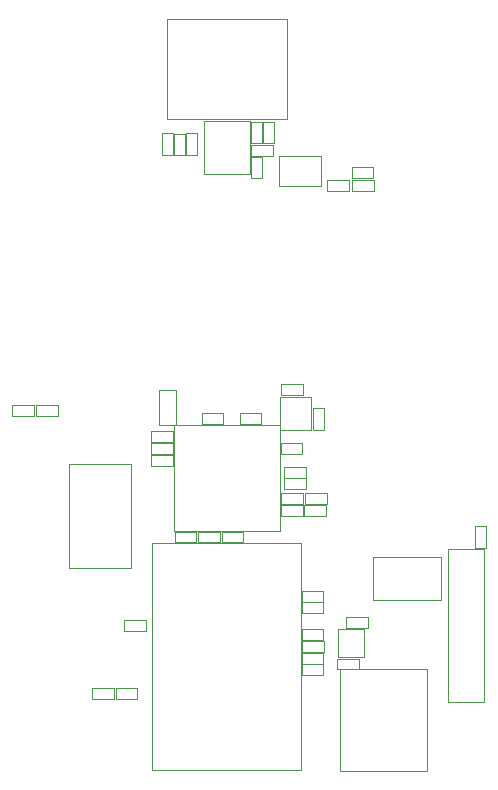
<source format=gbr>
%TF.GenerationSoftware,KiCad,Pcbnew,6.0.7+dfsg-1~bpo11+1*%
%TF.CreationDate,2022-10-07T12:23:39+00:00*%
%TF.ProjectId,redshift,72656473-6869-4667-942e-6b696361645f,0.2*%
%TF.SameCoordinates,Original*%
%TF.FileFunction,Other,User*%
%FSLAX46Y46*%
G04 Gerber Fmt 4.6, Leading zero omitted, Abs format (unit mm)*
G04 Created by KiCad (PCBNEW 6.0.7+dfsg-1~bpo11+1) date 2022-10-07 12:23:39*
%MOMM*%
%LPD*%
G01*
G04 APERTURE LIST*
%ADD10C,0.050000*%
%ADD11C,0.120000*%
G04 APERTURE END LIST*
D10*
%TO.C,R6*%
X144070000Y-96220000D02*
X144070000Y-95280000D01*
X144070000Y-95280000D02*
X145930000Y-95280000D01*
X145930000Y-95280000D02*
X145930000Y-96220000D01*
X145930000Y-96220000D02*
X144070000Y-96220000D01*
%TO.C,FB1*%
X139570000Y-64780000D02*
X141430000Y-64780000D01*
X141430000Y-64780000D02*
X141430000Y-65720000D01*
X141430000Y-65720000D02*
X139570000Y-65720000D01*
X139570000Y-65720000D02*
X139570000Y-64780000D01*
%TO.C,C24*%
X142360000Y-93960000D02*
X142360000Y-93040000D01*
X144180000Y-93040000D02*
X144180000Y-93960000D01*
X144180000Y-93960000D02*
X142360000Y-93960000D01*
X142360000Y-93040000D02*
X144180000Y-93040000D01*
%TO.C,C11*%
X132910000Y-91040000D02*
X132910000Y-91960000D01*
X132910000Y-91960000D02*
X131090000Y-91960000D01*
X131090000Y-91960000D02*
X131090000Y-91040000D01*
X131090000Y-91040000D02*
X132910000Y-91040000D01*
%TO.C,C13*%
X132910000Y-89040000D02*
X132910000Y-89960000D01*
X132910000Y-89960000D02*
X131090000Y-89960000D01*
X131090000Y-89040000D02*
X132910000Y-89040000D01*
X131090000Y-89960000D02*
X131090000Y-89040000D01*
%TO.C,C10*%
X148090000Y-66640000D02*
X149910000Y-66640000D01*
X149910000Y-67560000D02*
X148090000Y-67560000D01*
X149910000Y-66640000D02*
X149910000Y-67560000D01*
X148090000Y-67560000D02*
X148090000Y-66640000D01*
%TO.C,C8*%
X139540000Y-65820000D02*
X140460000Y-65820000D01*
X139540000Y-67640000D02*
X139540000Y-65820000D01*
X140460000Y-65820000D02*
X140460000Y-67640000D01*
X140460000Y-67640000D02*
X139540000Y-67640000D01*
%TO.C,C14*%
X137180000Y-88460000D02*
X135360000Y-88460000D01*
X137180000Y-87540000D02*
X137180000Y-88460000D01*
X135360000Y-87540000D02*
X137180000Y-87540000D01*
X135360000Y-88460000D02*
X135360000Y-87540000D01*
%TO.C,C20*%
X145660000Y-109710000D02*
X143840000Y-109710000D01*
X145660000Y-108790000D02*
X145660000Y-109710000D01*
X143840000Y-109710000D02*
X143840000Y-108790000D01*
X143840000Y-108790000D02*
X145660000Y-108790000D01*
%TO.C,D3*%
X142075000Y-95220000D02*
X142075000Y-94280000D01*
X143935000Y-94280000D02*
X143935000Y-95220000D01*
X143935000Y-95220000D02*
X142075000Y-95220000D01*
X142075000Y-94280000D02*
X143935000Y-94280000D01*
%TO.C,J1*%
X142600000Y-54150000D02*
X132400000Y-54150000D01*
X132400000Y-54150000D02*
X132400000Y-62580000D01*
X142600000Y-62580000D02*
X142600000Y-54150000D01*
X132400000Y-62580000D02*
X142600000Y-62580000D01*
%TO.C,L1*%
X133230000Y-85520000D02*
X133230000Y-88480000D01*
X131770000Y-85520000D02*
X133230000Y-85520000D01*
X133230000Y-88480000D02*
X131770000Y-88480000D01*
X131770000Y-88480000D02*
X131770000Y-85520000D01*
%TO.C,D4*%
X142070000Y-95280000D02*
X143930000Y-95280000D01*
X143930000Y-95280000D02*
X143930000Y-96220000D01*
X142070000Y-96220000D02*
X142070000Y-95280000D01*
X143930000Y-96220000D02*
X142070000Y-96220000D01*
%TO.C,C2*%
X147590000Y-105710000D02*
X147590000Y-104790000D01*
X149410000Y-105710000D02*
X147590000Y-105710000D01*
X149410000Y-104790000D02*
X149410000Y-105710000D01*
X147590000Y-104790000D02*
X149410000Y-104790000D01*
%TO.C,U3*%
X146900000Y-108180000D02*
X149100000Y-108180000D01*
X149100000Y-105820000D02*
X149100000Y-108180000D01*
X149100000Y-105820000D02*
X146900000Y-105820000D01*
X146900000Y-108180000D02*
X146900000Y-105820000D01*
%TO.C,C4*%
X136890000Y-97540000D02*
X136890000Y-98460000D01*
X135070000Y-97540000D02*
X136890000Y-97540000D01*
X135070000Y-98460000D02*
X135070000Y-97540000D01*
X136890000Y-98460000D02*
X135070000Y-98460000D01*
%TO.C,C15*%
X145710000Y-88910000D02*
X144790000Y-88910000D01*
X144790000Y-87090000D02*
X145710000Y-87090000D01*
X144790000Y-88910000D02*
X144790000Y-87090000D01*
X145710000Y-87090000D02*
X145710000Y-88910000D01*
%TO.C,R4*%
X121320000Y-86780000D02*
X123180000Y-86780000D01*
X121320000Y-87720000D02*
X121320000Y-86780000D01*
X123180000Y-86780000D02*
X123180000Y-87720000D01*
X123180000Y-87720000D02*
X121320000Y-87720000D01*
%TO.C,Y1*%
X142000000Y-88950000D02*
X144600000Y-88950000D01*
X144600000Y-88950000D02*
X144600000Y-86150000D01*
X142000000Y-86150000D02*
X142000000Y-88950000D01*
X144600000Y-86150000D02*
X142000000Y-86150000D01*
%TO.C,C1*%
X133040000Y-65660000D02*
X133040000Y-63840000D01*
X133960000Y-63840000D02*
X133960000Y-65660000D01*
X133960000Y-65660000D02*
X133040000Y-65660000D01*
X133040000Y-63840000D02*
X133960000Y-63840000D01*
%TO.C,U2*%
X141895000Y-65737500D02*
X141895000Y-68262500D01*
X145505000Y-68262500D02*
X145505000Y-65737500D01*
X145505000Y-65737500D02*
X141895000Y-65737500D01*
X141895000Y-68262500D02*
X145505000Y-68262500D01*
%TO.C,C23*%
X143930000Y-85960000D02*
X142110000Y-85960000D01*
X142110000Y-85040000D02*
X143930000Y-85040000D01*
X143930000Y-85040000D02*
X143930000Y-85960000D01*
X142110000Y-85960000D02*
X142110000Y-85040000D01*
%TO.C,C6*%
X142070000Y-90960000D02*
X142070000Y-90040000D01*
X142070000Y-90040000D02*
X143890000Y-90040000D01*
X143890000Y-90960000D02*
X142070000Y-90960000D01*
X143890000Y-90040000D02*
X143890000Y-90960000D01*
%TO.C,D5*%
X128070000Y-110780000D02*
X129930000Y-110780000D01*
X129930000Y-111720000D02*
X128070000Y-111720000D01*
X128070000Y-111720000D02*
X128070000Y-110780000D01*
X129930000Y-110780000D02*
X129930000Y-111720000D01*
%TO.C,C12*%
X132910000Y-90960000D02*
X131090000Y-90960000D01*
X131090000Y-90040000D02*
X132910000Y-90040000D01*
X131090000Y-90960000D02*
X131090000Y-90040000D01*
X132910000Y-90040000D02*
X132910000Y-90960000D01*
%TO.C,SW4*%
X155600000Y-99650000D02*
X155600000Y-103350000D01*
X149900000Y-99650000D02*
X155600000Y-99650000D01*
X149900000Y-103350000D02*
X149900000Y-99650000D01*
X155600000Y-103350000D02*
X149900000Y-103350000D01*
%TO.C,C22*%
X143840000Y-106710000D02*
X143840000Y-105790000D01*
X145660000Y-106710000D02*
X143840000Y-106710000D01*
X143840000Y-105790000D02*
X145660000Y-105790000D01*
X145660000Y-105790000D02*
X145660000Y-106710000D01*
%TO.C,D2*%
X121180000Y-86780000D02*
X121180000Y-87720000D01*
X119320000Y-87720000D02*
X119320000Y-86780000D01*
X121180000Y-87720000D02*
X119320000Y-87720000D01*
X119320000Y-86780000D02*
X121180000Y-86780000D01*
%TO.C,D7*%
X158530000Y-98930000D02*
X158530000Y-97070000D01*
X159470000Y-98930000D02*
X158530000Y-98930000D01*
X159470000Y-97070000D02*
X159470000Y-98930000D01*
X158530000Y-97070000D02*
X159470000Y-97070000D01*
%TO.C,C9*%
X138590000Y-88460000D02*
X138590000Y-87540000D01*
X140410000Y-87540000D02*
X140410000Y-88460000D01*
X138590000Y-87540000D02*
X140410000Y-87540000D01*
X140410000Y-88460000D02*
X138590000Y-88460000D01*
%TO.C,R1*%
X132030000Y-63820000D02*
X132970000Y-63820000D01*
X132030000Y-65680000D02*
X132030000Y-63820000D01*
X132970000Y-63820000D02*
X132970000Y-65680000D01*
X132970000Y-65680000D02*
X132030000Y-65680000D01*
%TO.C,C3*%
X133090000Y-98460000D02*
X133090000Y-97540000D01*
X133090000Y-97540000D02*
X134910000Y-97540000D01*
X134910000Y-97540000D02*
X134910000Y-98460000D01*
X134910000Y-98460000D02*
X133090000Y-98460000D01*
%TO.C,R7*%
X126060000Y-111720000D02*
X126060000Y-110780000D01*
X126060000Y-110780000D02*
X127920000Y-110780000D01*
X127920000Y-110780000D02*
X127920000Y-111720000D01*
X127920000Y-111720000D02*
X126060000Y-111720000D01*
%TO.C,R2*%
X140470000Y-62820000D02*
X140470000Y-64680000D01*
X139530000Y-64680000D02*
X139530000Y-62820000D01*
X140470000Y-64680000D02*
X139530000Y-64680000D01*
X139530000Y-62820000D02*
X140470000Y-62820000D01*
%TO.C,D6*%
X148070000Y-67730000D02*
X149930000Y-67730000D01*
X148070000Y-68670000D02*
X148070000Y-67730000D01*
X149930000Y-68670000D02*
X148070000Y-68670000D01*
X149930000Y-67730000D02*
X149930000Y-68670000D01*
%TO.C,C17*%
X145660000Y-103460000D02*
X143840000Y-103460000D01*
X143840000Y-103460000D02*
X143840000Y-102540000D01*
X145660000Y-102540000D02*
X145660000Y-103460000D01*
X143840000Y-102540000D02*
X145660000Y-102540000D01*
%TO.C,C7*%
X148660000Y-109210000D02*
X146840000Y-109210000D01*
X146840000Y-108290000D02*
X148660000Y-108290000D01*
X146840000Y-109210000D02*
X146840000Y-108290000D01*
X148660000Y-108290000D02*
X148660000Y-109210000D01*
%TO.C,C5*%
X137070000Y-97540000D02*
X138890000Y-97540000D01*
X137070000Y-98460000D02*
X137070000Y-97540000D01*
X138890000Y-97540000D02*
X138890000Y-98460000D01*
X138890000Y-98460000D02*
X137070000Y-98460000D01*
%TO.C,C16*%
X142340000Y-92960000D02*
X142340000Y-92040000D01*
X144160000Y-92960000D02*
X142340000Y-92960000D01*
X144160000Y-92040000D02*
X144160000Y-92960000D01*
X142340000Y-92040000D02*
X144160000Y-92040000D01*
%TO.C,R8*%
X130680000Y-105030000D02*
X130680000Y-105970000D01*
X128820000Y-105030000D02*
X130680000Y-105030000D01*
X128820000Y-105970000D02*
X128820000Y-105030000D01*
X130680000Y-105970000D02*
X128820000Y-105970000D01*
%TO.C,J2*%
X129350000Y-100650000D02*
X129350000Y-91850000D01*
X124150000Y-91850000D02*
X124150000Y-100650000D01*
X129350000Y-91850000D02*
X124150000Y-91850000D01*
X124150000Y-100650000D02*
X129350000Y-100650000D01*
%TO.C,J4*%
X154450000Y-117800000D02*
X154450000Y-109200000D01*
X147050000Y-117800000D02*
X154450000Y-117800000D01*
X147050000Y-109200000D02*
X147050000Y-117800000D01*
X154450000Y-109200000D02*
X147050000Y-109200000D01*
%TO.C,J3*%
X159250000Y-112000000D02*
X159250000Y-99000000D01*
X159250000Y-99000000D02*
X156250000Y-99000000D01*
X156250000Y-112000000D02*
X159250000Y-112000000D01*
X156250000Y-99000000D02*
X156250000Y-112000000D01*
%TO.C,C18*%
X143840000Y-103540000D02*
X145660000Y-103540000D01*
X145660000Y-104460000D02*
X143840000Y-104460000D01*
X143840000Y-104460000D02*
X143840000Y-103540000D01*
X145660000Y-103540000D02*
X145660000Y-104460000D01*
%TO.C,R5*%
X144080000Y-95220000D02*
X144080000Y-94280000D01*
X144080000Y-94280000D02*
X145940000Y-94280000D01*
X145940000Y-94280000D02*
X145940000Y-95220000D01*
X145940000Y-95220000D02*
X144080000Y-95220000D01*
%TO.C,D1*%
X135519143Y-67260600D02*
X135519143Y-62739400D01*
X139481543Y-67260600D02*
X135519143Y-67260600D01*
X135519143Y-62739400D02*
X139481543Y-62739400D01*
X139481543Y-62739400D02*
X139481543Y-67260600D01*
D11*
%TO.C,U1*%
X143800000Y-117765000D02*
X131200000Y-117765000D01*
X131200000Y-117765000D02*
X131200000Y-98515000D01*
X131200000Y-98515000D02*
X143800000Y-98515000D01*
X143800000Y-98515000D02*
X143800000Y-117765000D01*
D10*
%TO.C,IC1*%
X133000000Y-88500000D02*
X142000000Y-88500000D01*
X133000000Y-97500000D02*
X133000000Y-88500000D01*
X142000000Y-97500000D02*
X133000000Y-97500000D01*
X142000000Y-88500000D02*
X142000000Y-97500000D01*
%TO.C,C19*%
X143840000Y-107790000D02*
X145660000Y-107790000D01*
X143840000Y-108710000D02*
X143840000Y-107790000D01*
X145660000Y-107790000D02*
X145660000Y-108710000D01*
X145660000Y-108710000D02*
X143840000Y-108710000D01*
%TO.C,F1*%
X140530000Y-62820000D02*
X141470000Y-62820000D01*
X141470000Y-62820000D02*
X141470000Y-64680000D01*
X140530000Y-64680000D02*
X140530000Y-62820000D01*
X141470000Y-64680000D02*
X140530000Y-64680000D01*
%TO.C,R13*%
X147830000Y-67730000D02*
X147830000Y-68670000D01*
X145970000Y-68670000D02*
X145970000Y-67730000D01*
X145970000Y-67730000D02*
X147830000Y-67730000D01*
X147830000Y-68670000D02*
X145970000Y-68670000D01*
%TO.C,C21*%
X143860000Y-107710000D02*
X143860000Y-106790000D01*
X143860000Y-106790000D02*
X145680000Y-106790000D01*
X145680000Y-106790000D02*
X145680000Y-107710000D01*
X145680000Y-107710000D02*
X143860000Y-107710000D01*
%TO.C,R3*%
X134970000Y-63820000D02*
X134970000Y-65680000D01*
X134970000Y-65680000D02*
X134030000Y-65680000D01*
X134030000Y-65680000D02*
X134030000Y-63820000D01*
X134030000Y-63820000D02*
X134970000Y-63820000D01*
%TD*%
M02*

</source>
